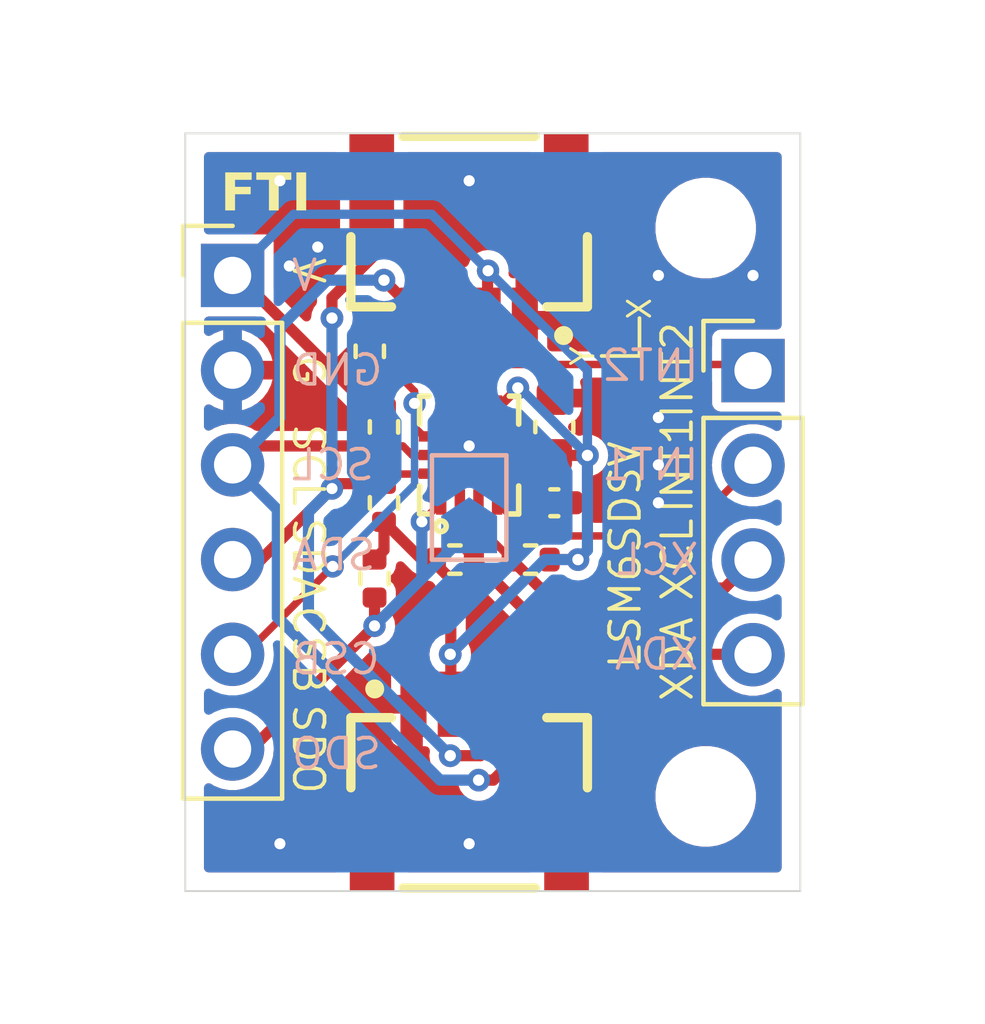
<source format=kicad_pcb>
(kicad_pcb (version 20240108) (generator "pcbnew") (generator_version "8.0")
  (layers (0 "F.Cu" signal) (31 "B.Cu" signal) (34 "B.Paste" user) (35 "F.Paste" user) (36 "B.SilkS" user "B.Silkscreen") (37 "F.SilkS" user "F.Silkscreen") (38 "B.Mask" user) (39 "F.Mask" user) (44 "Edge.Cuts" user))
  (net 0 "")
  (net 1 "GND")
  (net 2 "VDD")
  (net 3 "/SCL")
  (net 4 "/SDA")
  (net 5 "/CS")
  (net 6 "/XCL")
  (net 7 "/INT2")
  (net 8 "/XDA")
  (net 9 "/INT1")
  (net 10 "/SA0")
  (footprint "Resistor_SMD:R_0402_1005Metric" (layer "F.Cu") (at 58.293 51.687 -90)
    (property "Reference" "R4" (hide yes))
    (property "Value" "2.2k")
    (fp_line (start -0.153641 0.38) (end 0.153641 0.38) (stroke (width 0.12)) (layer "F.SilkS"))
    (fp_line (start -0.153641 -0.38) (end 0.153641 -0.38) (stroke (width 0.12)) (layer "F.SilkS"))
    (pad "1" smd roundrect (at -0.51 0 270) (size 0.54 0.64) (layers "F.Cu" "F.Paste" "F.Mask") (net 2 "VDD"))
    (pad "2" smd roundrect (at 0.51 0 270) (size 0.54 0.64) (layers "F.Cu" "F.Paste" "F.Mask") (net 3 "/SCL"))
  )
  (footprint "Resistor_SMD:R_0402_1005Metric" (layer "F.Cu") (at 58.293 53.723 90)
    (property "Reference" "R3" (hide yes))
    (property "Value" "2.2k")
    (fp_line (start -0.153641 -0.38) (end 0.153641 -0.38) (stroke (width 0.12)) (layer "F.SilkS"))
    (fp_line (start -0.153641 0.38) (end 0.153641 0.38) (stroke (width 0.12)) (layer "F.SilkS"))
    (pad "1" smd roundrect (at -0.51 0 90) (size 0.54 0.64) (layers "F.Cu" "F.Paste" "F.Mask") (net 2 "VDD"))
    (pad "2" smd roundrect (at 0.51 0 90) (size 0.54 0.64) (layers "F.Cu" "F.Paste" "F.Mask") (net 4 "/SDA"))
  )
  (footprint "Resistor_SMD:R_0402_1005Metric" (layer "F.Cu") (at 60.196 55.245)
    (property "Reference" "R5" (hide yes))
    (property "Value" "2.2k")
    (fp_line (start -0.153641 -0.38) (end 0.153641 -0.38) (stroke (width 0.12)) (layer "F.SilkS"))
    (fp_line (start -0.153641 0.38) (end 0.153641 0.38) (stroke (width 0.12)) (layer "F.SilkS"))
    (pad "1" smd roundrect (at -0.51 0) (size 0.54 0.64) (layers "F.Cu" "F.Paste" "F.Mask") (net 2 "VDD"))
    (pad "2" smd roundrect (at 0.51 0) (size 0.54 0.64) (layers "F.Cu" "F.Paste" "F.Mask") (net 8 "/XDA"))
  )
  (footprint "Capacitor_SMD:C_0402_1005Metric" (layer "F.Cu") (at 62.865 53.721)
    (property "Reference" "C2" (hide yes))
    (property "Value" "100n")
    (fp_line (start -0.107836 -0.36) (end 0.107836 -0.36) (stroke (width 0.12)) (layer "F.SilkS"))
    (fp_line (start -0.107836 0.36) (end 0.107836 0.36) (stroke (width 0.12)) (layer "F.SilkS"))
    (pad "1" smd roundrect (at -0.48 0) (size 0.56 0.62) (layers "F.Cu" "F.Paste" "F.Mask") (net 2 "VDD"))
    (pad "2" smd roundrect (at 0.48 0) (size 0.56 0.62) (layers "F.Cu" "F.Paste" "F.Mask") (net 1 "GND"))
  )
  (footprint "Resistor_SMD:R_0402_1005Metric" (layer "F.Cu") (at 62.23 55.245 180)
    (property "Reference" "R6" (hide yes))
    (property "Value" "2.2k")
    (fp_line (start -0.153641 0.38) (end 0.153641 0.38) (stroke (width 0.12)) (layer "F.SilkS"))
    (fp_line (start -0.153641 -0.38) (end 0.153641 -0.38) (stroke (width 0.12)) (layer "F.SilkS"))
    (pad "1" smd roundrect (at -0.51 0 180) (size 0.54 0.64) (layers "F.Cu" "F.Paste" "F.Mask") (net 2 "VDD"))
    (pad "2" smd roundrect (at 0.51 0 180) (size 0.54 0.64) (layers "F.Cu" "F.Paste" "F.Mask") (net 6 "/XCL"))
  )
  (footprint "lsm6dsv:LGA-14_L3.0-W2.5-P0.50-TL" (layer "F.Cu") (at 60.579 52.441 90)
    (property "Reference" "U1" (hide yes))
    (property "Value" "LSM6DSVTR")
    (fp_line (start 1.58 -1.33) (end 1.58 -1.08) (stroke (width 0.15)) (layer "F.SilkS"))
    (fp_line (start 0.83 -1.33) (end 1.58 -1.33) (stroke (width 0.15)) (layer "F.SilkS"))
    (fp_line (start -0.83 -1.33) (end -1.58 -1.33) (stroke (width 0.15)) (layer "F.SilkS"))
    (fp_line (start -1.58 -1.33) (end -1.58 -1.08) (stroke (width 0.15)) (layer "F.SilkS"))
    (fp_line (start 1.58 1.33) (end 1.58 1.08) (stroke (width 0.15)) (layer "F.SilkS"))
    (fp_line (start 0.83 1.33) (end 1.58 1.33) (stroke (width 0.15)) (layer "F.SilkS"))
    (fp_line (start -0.83 1.33) (end -1.58 1.33) (stroke (width 0.15)) (layer "F.SilkS"))
    (fp_line (start -1.58 1.33) (end -1.58 1.08) (stroke (width 0.15)) (layer "F.SilkS"))
    (fp_circle (center -1.91 -0.76) (end -1.84 -0.76) (stroke (width 0.15)) (fill none) (layer "F.SilkS"))
    (pad "1" smd rect (at -1.26 -0.75 90) (size 0.68 0.28) (layers "F.Cu" "F.Paste" "F.Mask") (net 10 "/SA0"))
    (pad "2" smd rect (at -1.26 -0.25 90) (size 0.68 0.28) (layers "F.Cu" "F.Paste" "F.Mask") (net 8 "/XDA"))
    (pad "3" smd rect (at -1.26 0.25 90) (size 0.68 0.28) (layers "F.Cu" "F.Paste" "F.Mask") (net 6 "/XCL"))
    (pad "4" smd rect (at -1.26 0.75 90) (size 0.68 0.28) (layers "F.Cu" "F.Paste" "F.Mask") (net 9 "/INT1"))
    (pad "5" smd rect (at -0.5 1.01 90) (size 0.28 0.68) (layers "F.Cu" "F.Paste" "F.Mask") (net 2 "VDD"))
    (pad "6" smd rect (at 0 1.01 90) (size 0.28 0.68) (layers "F.Cu" "F.Paste" "F.Mask") (net 1 "GND"))
    (pad "7" smd rect (at 0.5 1.01 90) (size 0.28 0.68) (layers "F.Cu" "F.Paste" "F.Mask") (net 1 "GND"))
    (pad "8" smd rect (at 1.26 0.75 90) (size 0.68 0.28) (layers "F.Cu" "F.Paste" "F.Mask") (net 2 "VDD"))
    (pad "9" smd rect (at 1.26 0.25 90) (size 0.68 0.28) (layers "F.Cu" "F.Paste" "F.Mask") (net 7 "/INT2"))
    (pad "10" smd rect (at 1.26 -0.25 90) (size 0.68 0.28) (layers "F.Cu" "F.Paste" "F.Mask"))
    (pad "11" smd rect (at 1.26 -0.75 90) (size 0.68 0.28) (layers "F.Cu" "F.Paste" "F.Mask"))
    (pad "12" smd rect (at 0.5 -1.01 90) (size 0.28 0.68) (layers "F.Cu" "F.Paste" "F.Mask") (net 5 "/CS"))
    (pad "13" smd rect (at 0 -1.01 90) (size 0.28 0.68) (layers "F.Cu" "F.Paste" "F.Mask") (net 3 "/SCL"))
    (pad "14" smd rect (at -0.5 -1.01 90) (size 0.28 0.68) (layers "F.Cu" "F.Paste" "F.Mask") (net 4 "/SDA"))
  )
  (footprint "MountingHole:MountingHole_2.2mm_M2" (layer "F.Cu") (at 66.929 46.355)
    (property "Reference" "H2" (hide yes))
    (property "Value" "MountingHole")
    (pad "" np_thru_hole circle (at 0 0) (size 2.2 2.2) (drill 2.2) (layers "*.Cu" "*.Mask"))
  )
  (footprint "MountingHole:MountingHole_2.2mm_M2" (layer "F.Cu") (at 66.929 61.595)
    (property "Reference" "H1" (hide yes))
    (property "Value" "MountingHole")
    (pad "" np_thru_hole circle (at 0 0) (size 2.2 2.2) (drill 2.2) (layers "*.Cu" "*.Mask"))
  )
  (footprint "qwiic:CONN-SMD_AFC10-S04QCA-00" (layer "F.Cu") (at 60.574 46.956 180)
    (property "Reference" "CN1" (hide yes))
    (property "Value" "AFC10-S04QCA-00")
    (fp_line (start 3.17 -1.51) (end 3.17 0.37) (stroke (width 0.25)) (layer "F.SilkS"))
    (fp_line (start 2.08 -1.51) (end 3.17 -1.51) (stroke (width 0.25)) (layer "F.SilkS"))
    (fp_line (start -1.78 3.06) (end 1.77 3.06) (stroke (width 0.25)) (layer "F.SilkS"))
    (fp_line (start -3.18 0.37) (end -3.18 -1.51) (stroke (width 0.25)) (layer "F.SilkS"))
    (fp_line (start -3.18 -1.51) (end -2.09 -1.51) (stroke (width 0.25)) (layer "F.SilkS"))
    (fp_circle (center -2.54 -2.28) (end -2.41 -2.28) (stroke (width 0.25)) (fill none) (layer "F.SilkS"))
    (pad "1" smd rect (at -1.5 -1.87 180) (size 0.7 1.75) (layers "F.Cu" "F.Paste" "F.Mask") (net 1 "GND"))
    (pad "2" smd rect (at -0.5 -1.87 180) (size 0.7 1.75) (layers "F.Cu" "F.Paste" "F.Mask") (net 2 "VDD"))
    (pad "3" smd rect (at 0.5 -1.87 180) (size 0.7 1.75) (layers "F.Cu" "F.Paste" "F.Mask") (net 4 "/SDA"))
    (pad "4" smd rect (at 1.5 -1.87 180) (size 0.7 1.75) (layers "F.Cu" "F.Paste" "F.Mask") (net 3 "/SCL"))
    (pad "5" smd rect (at -2.61 1.87 180) (size 1.2 2.55) (layers "F.Cu" "F.Paste" "F.Mask") (net 1 "GND"))
    (pad "6" smd rect (at 2.61 1.87 180) (size 1.2 2.55) (layers "F.Cu" "F.Paste" "F.Mask") (net 1 "GND"))
  )
  (footprint "Resistor_SMD:R_0402_1005Metric" (layer "F.Cu") (at 57.912 49.659 -90)
    (property "Reference" "R1" (hide yes))
    (property "Value" "2.2k")
    (fp_line (start -0.153641 0.38) (end 0.153641 0.38) (stroke (width 0.12)) (layer "F.SilkS"))
    (fp_line (start -0.153641 -0.38) (end 0.153641 -0.38) (stroke (width 0.12)) (layer "F.SilkS"))
    (pad "1" smd roundrect (at -0.51 0 270) (size 0.54 0.64) (layers "F.Cu" "F.Paste" "F.Mask") (net 2 "VDD"))
    (pad "2" smd roundrect (at 0.51 0 270) (size 0.54 0.64) (layers "F.Cu" "F.Paste" "F.Mask") (net 5 "/CS"))
  )
  (footprint "qwiic:CONN-SMD_AFC10-S04QCA-00" (layer "F.Cu") (at 60.584 60.994)
    (property "Reference" "CN2" (hide yes))
    (property "Value" "AFC10-S04QCA-00")
    (fp_line (start -3.18 -1.51) (end -2.09 -1.51) (stroke (width 0.25)) (layer "F.SilkS"))
    (fp_line (start -3.18 0.37) (end -3.18 -1.51) (stroke (width 0.25)) (layer "F.SilkS"))
    (fp_line (start -1.78 3.06) (end 1.77 3.06) (stroke (width 0.25)) (layer "F.SilkS"))
    (fp_line (start 2.08 -1.51) (end 3.17 -1.51) (stroke (width 0.25)) (layer "F.SilkS"))
    (fp_line (start 3.17 -1.51) (end 3.17 0.37) (stroke (width 0.25)) (layer "F.SilkS"))
    (fp_circle (center -2.54 -2.28) (end -2.41 -2.28) (stroke (width 0.25)) (fill none) (layer "F.SilkS"))
    (pad "1" smd rect (at -1.5 -1.87) (size 0.7 1.75) (layers "F.Cu" "F.Paste" "F.Mask") (net 1 "GND"))
    (pad "2" smd rect (at -0.5 -1.87) (size 0.7 1.75) (layers "F.Cu" "F.Paste" "F.Mask") (net 2 "VDD"))
    (pad "3" smd rect (at 0.5 -1.87) (size 0.7 1.75) (layers "F.Cu" "F.Paste" "F.Mask") (net 4 "/SDA"))
    (pad "4" smd rect (at 1.5 -1.87) (size 0.7 1.75) (layers "F.Cu" "F.Paste" "F.Mask") (net 3 "/SCL"))
    (pad "5" smd rect (at -2.61 1.87) (size 1.2 2.55) (layers "F.Cu" "F.Paste" "F.Mask") (net 1 "GND"))
    (pad "6" smd rect (at 2.61 1.87) (size 1.2 2.55) (layers "F.Cu" "F.Paste" "F.Mask") (net 1 "GND"))
  )
  (footprint "Connector_PinHeader_2.54mm:PinHeader_1x04_P2.54mm_Vertical" (layer "F.Cu") (at 68.199 50.175)
    (property "Reference" "J2" (hide yes))
    (property "Value" "Conn_01x04_Pin")
    (fp_line (start -1.33 -1.33) (end 0 -1.33) (stroke (width 0.12)) (layer "F.SilkS"))
    (fp_line (start -1.33 0) (end -1.33 -1.33) (stroke (width 0.12)) (layer "F.SilkS"))
    (fp_line (start -1.33 1.27) (end -1.33 8.95) (stroke (width 0.12)) (layer "F.SilkS"))
    (fp_line (start -1.33 1.27) (end 1.33 1.27) (stroke (width 0.12)) (layer "F.SilkS"))
    (fp_line (start -1.33 8.95) (end 1.33 8.95) (stroke (width 0.12)) (layer "F.SilkS"))
    (fp_line (start 1.33 1.27) (end 1.33 8.95) (stroke (width 0.12)) (layer "F.SilkS"))
    (pad "1" thru_hole rect (at 0 0) (size 1.7 1.7) (drill 1) (layers "*.Cu" "*.Mask") (net 7 "/INT2"))
    (pad "2" thru_hole oval (at 0 2.54) (size 1.7 1.7) (drill 1) (layers "*.Cu" "*.Mask") (net 9 "/INT1"))
    (pad "3" thru_hole oval (at 0 5.08) (size 1.7 1.7) (drill 1) (layers "*.Cu" "*.Mask") (net 6 "/XCL"))
    (pad "4" thru_hole oval (at 0 7.62) (size 1.7 1.7) (drill 1) (layers "*.Cu" "*.Mask") (net 8 "/XDA"))
  )
  (footprint "Resistor_SMD:R_0402_1005Metric" (layer "F.Cu") (at 58.039 55.753 -90)
    (property "Reference" "R2" (hide yes))
    (property "Value" "2.2k")
    (fp_line (start -0.153641 0.38) (end 0.153641 0.38) (stroke (width 0.12)) (layer "F.SilkS"))
    (fp_line (start -0.153641 -0.38) (end 0.153641 -0.38) (stroke (width 0.12)) (layer "F.SilkS"))
    (pad "1" smd roundrect (at -0.51 0 270) (size 0.54 0.64) (layers "F.Cu" "F.Paste" "F.Mask") (net 2 "VDD"))
    (pad "2" smd roundrect (at 0.51 0 270) (size 0.54 0.64) (layers "F.Cu" "F.Paste" "F.Mask") (net 10 "/SA0"))
  )
  (footprint "Connector_PinHeader_2.54mm:PinHeader_1x06_P2.54mm_Vertical" (layer "F.Cu") (at 54.229 47.625)
    (property "Reference" "J1" (hide yes))
    (property "Value" "Conn_01x06_Pin")
    (fp_line (start -1.33 -1.33) (end 0 -1.33) (stroke (width 0.12)) (layer "F.SilkS"))
    (fp_line (start -1.33 0) (end -1.33 -1.33) (stroke (width 0.12)) (layer "F.SilkS"))
    (fp_line (start -1.33 1.27) (end -1.33 14.03) (stroke (width 0.12)) (layer "F.SilkS"))
    (fp_line (start -1.33 1.27) (end 1.33 1.27) (stroke (width 0.12)) (layer "F.SilkS"))
    (fp_line (start -1.33 14.03) (end 1.33 14.03) (stroke (width 0.12)) (layer "F.SilkS"))
    (fp_line (start 1.33 1.27) (end 1.33 14.03) (stroke (width 0.12)) (layer "F.SilkS"))
    (pad "1" thru_hole rect (at 0 0) (size 1.7 1.7) (drill 1) (layers "*.Cu" "*.Mask") (net 2 "VDD"))
    (pad "2" thru_hole oval (at 0 2.54) (size 1.7 1.7) (drill 1) (layers "*.Cu" "*.Mask") (net 1 "GND"))
    (pad "3" thru_hole oval (at 0 5.08) (size 1.7 1.7) (drill 1) (layers "*.Cu" "*.Mask") (net 3 "/SCL"))
    (pad "4" thru_hole oval (at 0 7.62) (size 1.7 1.7) (drill 1) (layers "*.Cu" "*.Mask") (net 4 "/SDA"))
    (pad "5" thru_hole oval (at 0 10.16) (size 1.7 1.7) (drill 1) (layers "*.Cu" "*.Mask") (net 5 "/CS"))
    (pad "6" thru_hole oval (at 0 12.7) (size 1.7 1.7) (drill 1) (layers "*.Cu" "*.Mask") (net 10 "/SA0"))
  )
  (footprint "Capacitor_SMD:C_0603_1608Metric" (layer "F.Cu") (at 62.865 51.689 90)
    (property "Reference" "C1" (hide yes))
    (property "Value" "1u")
    (fp_line (start -0.14058 -0.51) (end 0.14058 -0.51) (stroke (width 0.12)) (layer "F.SilkS"))
    (fp_line (start -0.14058 0.51) (end 0.14058 0.51) (stroke (width 0.12)) (layer "F.SilkS"))
    (pad "1" smd roundrect (at -0.775 0 90) (size 0.9 0.95) (layers "F.Cu" "F.Paste" "F.Mask") (net 2 "VDD"))
    (pad "2" smd roundrect (at 0.775 0 90) (size 0.9 0.95) (layers "F.Cu" "F.Paste" "F.Mask") (net 1 "GND"))
  )
  (footprint "Jumper:SolderJumper-2_P1.3mm_Open_TrianglePad1.0x1.5mm" (layer "B.Cu") (at 60.579 53.848 90)
    (property "Reference" "JP1" (hide yes))
    (property "Value" "SolderJumper_2_Open")
    (fp_line (start 1.4 -1) (end 1.4 1) (stroke (width 0.12)) (layer "B.SilkS"))
    (fp_line (start -1.4 -1) (end 1.4 -1) (stroke (width 0.12)) (layer "B.SilkS"))
    (fp_line (start 1.4 1) (end -1.4 1) (stroke (width 0.12)) (layer "B.SilkS"))
    (fp_line (start -1.4 1) (end -1.4 -1) (stroke (width 0.12)) (layer "B.SilkS"))
    (pad "1" smd custom (at -0.725 0 90) (size 0.3 0.3) (layers "B.Cu" "B.Mask") (net 10 "/SA0") (options (clearance outline) (anchor rect)) (primitives (gr_poly (pts (xy 1 0) (xy 0.5 -0.75) (xy -0.5 -0.75) (xy -0.5 0.75) (xy 0.5 0.75)) (width 0) (fill yes))))
    (pad "2" smd custom (at 0.725 0 90) (size 0.3 0.3) (layers "B.Cu" "B.Mask") (net 1 "GND") (options (clearance outline) (anchor rect)) (primitives (gr_poly (pts (xy 0.5 -0.75) (xy -0.65 -0.75) (xy -0.15 0) (xy -0.65 0.75) (xy 0.5 0.75)) (width 0) (fill yes))))
  )
  (gr_line (start 65.151 48.768) (end 65.151 49.784) (stroke (width 0.1)) (layer "F.SilkS"))
  (gr_line (start 65.151 49.784) (end 64.135 49.784) (stroke (width 0.1)) (layer "F.SilkS"))
  (gr_line (start 52.959 64.135) (end 52.959 43.815) (stroke (width 0.05)) (layer "Edge.Cuts"))
  (gr_line (start 69.469 43.815) (end 69.469 64.135) (stroke (width 0.05)) (layer "Edge.Cuts"))
  (gr_line (start 52.959 43.815) (end 69.469 43.815) (stroke (width 0.05)) (layer "Edge.Cuts"))
  (gr_line (start 69.469 64.135) (end 52.959 64.135) (stroke (width 0.05)) (layer "Edge.Cuts"))
  (gr_text "V" (at 55.753 47.625 0) (layer "B.SilkS") (effects (font (size 0.8 0.8) (thickness 0.1)) (justify right mirror)))
  (gr_text "SDA" (at 55.753 55.118 0) (layer "B.SilkS") (effects (font (size 0.8 0.8) (thickness 0.1)) (justify right mirror)))
  (gr_text "INT2" (at 66.802 50.038 0) (layer "B.SilkS") (effects (font (size 0.8 0.8) (thickness 0.1)) (justify left mirror)))
  (gr_text "SCL" (at 55.753 52.705 0) (layer "B.SilkS") (effects (font (size 0.8 0.8) (thickness 0.1)) (justify right mirror)))
  (gr_text "XDA" (at 66.802 57.785 0) (layer "B.SilkS") (effects (font (size 0.8 0.8) (thickness 0.1)) (justify left mirror)))
  (gr_text "SDO" (at 55.753 60.452 0) (layer "B.SilkS") (effects (font (size 0.8 0.8) (thickness 0.1)) (justify right mirror)))
  (gr_text "CSB" (at 55.753 57.912 0) (layer "B.SilkS") (effects (font (size 0.8 0.8) (thickness 0.1)) (justify right mirror)))
  (gr_text "XCL" (at 66.802 55.245 0) (layer "B.SilkS") (effects (font (size 0.8 0.8) (thickness 0.1)) (justify left mirror)))
  (gr_text "INT1" (at 66.802 52.705 0) (layer "B.SilkS") (effects (font (size 0.8 0.8) (thickness 0.1)) (justify left mirror)))
  (gr_text "GND" (at 55.753 50.165 0) (layer "B.SilkS") (effects (font (size 0.8 0.8) (thickness 0.1)) (justify right mirror)))
  (gr_text "XDA" (at 66.167 57.912 90) (layer "F.SilkS") (effects (font (size 0.8 0.8) (thickness 0.1))))
  (gr_text "FTI" (at 55.118 45.466 0) (layer "F.SilkS") (effects (font (size 1 1) (thickness 0.2) (bold yes) (italic yes))))
  (gr_text "LSM6SDSV" (at 64.77 55.118 90) (layer "F.SilkS") (effects (font (size 0.8 0.8) (thickness 0.1))))
  (gr_text "INT1" (at 66.167 52.705 90) (layer "F.SilkS") (effects (font (size 0.8 0.8) (thickness 0.1))))
  (gr_text "XCL" (at 66.167 55.245 90) (layer "F.SilkS") (effects (font (size 0.8 0.8) (thickness 0.1))))
  (gr_text "CSB" (at 56.261 57.658 -90) (layer "F.SilkS") (effects (font (size 0.8 0.8) (thickness 0.1))))
  (gr_text "V" (at 56.261 47.498 270) (layer "F.SilkS") (effects (font (size 0.8 0.8) (thickness 0.1))))
  (gr_text "G" (at 56.261 50.165 270) (layer "F.SilkS") (effects (font (size 0.8 0.8) (thickness 0.1))))
  (gr_text "INT2" (at 66.167 50.165 90) (layer "F.SilkS") (effects (font (size 0.8 0.8) (thickness 0.1))))
  (gr_text "SDA" (at 56.261 55.245 -90) (layer "F.SilkS") (effects (font (size 0.8 0.8) (thickness 0.1))))
  (gr_text "SCL" (at 56.261 52.705 -90) (layer "F.SilkS") (effects (font (size 0.8 0.8) (thickness 0.1))))
  (gr_text "X" (at 65.151 48.514 90) (layer "F.SilkS") (effects (font (size 0.6 0.6) (thickness 0.08))))
  (gr_text "SDO" (at 56.261 60.325 -90) (layer "F.SilkS") (effects (font (size 0.8 0.8) (thickness 0.1))))
  (gr_text "Y" (at 63.627 49.784 90) (layer "F.SilkS") (effects (font (size 0.6 0.6) (thickness 0.08))))
  (segment (start 61.589 51.951) (end 60.9473 51.951) (width 0.2) (layer "F.Cu") (net 1))
  (segment (start 61.589 52.451) (end 60.9473 52.451) (width 0.2) (layer "F.Cu") (net 1))
  (segment (start 63.345 53.721) (end 63.4428 53.721) (width 0.2) (layer "F.Cu") (net 1))
  (segment (start 57.964 45.086) (end 57.964 45.8743) (width 0.2) (layer "F.Cu") (net 1))
  (segment (start 60.9473 51.951) (end 60.9473 52.451) (width 0.2) (layer "F.Cu") (net 1))
  (segment (start 63.0597 50.914) (end 62.865 50.914) (width 0.2) (layer "F.Cu") (net 1))
  (via (at 60.579 45.085) (size 0.6) (drill 0.3) (layers "F.Cu" "B.Cu") (net 1))
  (via (at 55.499 45.085) (size 0.6) (drill 0.3) (layers "F.Cu" "B.Cu") (net 1))
  (via (at 65.659 53.721) (size 0.6) (drill 0.3) (layers "F.Cu" "B.Cu") (net 1))
  (via (at 68.199 47.625) (size 0.6) (drill 0.3) (layers "F.Cu" "B.Cu") (net 1))
  (via (at 56.515 46.863) (size 0.6) (drill 0.3) (layers "F.Cu" "B.Cu") (net 1))
  (via (at 65.659 52.705) (size 0.6) (drill 0.3) (layers "F.Cu" "B.Cu") (net 1))
  (via (at 60.579 62.865) (size 0.6) (drill 0.3) (layers "F.Cu" "B.Cu") (net 1))
  (via (at 65.659 47.625) (size 0.6) (drill 0.3) (layers "F.Cu" "B.Cu") (net 1))
  (via (at 60.579 52.197) (size 0.6) (drill 0.3) (layers "F.Cu" "B.Cu") (net 1))
  (via (at 55.499 62.865) (size 0.6) (drill 0.3) (layers "F.Cu" "B.Cu") (net 1))
  (via (at 65.659 51.435) (size 0.6) (drill 0.3) (layers "F.Cu" "B.Cu") (net 1))
  (via (at 55.753 47.371) (size 0.6) (drill 0.3) (layers "F.Cu" "B.Cu") (net 1))
  (segment (start 60.579 52.197) (end 60.579 52.324) (width 0.2) (layer "B.Cu") (net 1))
  (segment (start 57.152183 50.416817) (end 54.360366 47.625) (width 0.3) (layer "F.Cu") (net 2))
  (segment (start 61.329 51.198736) (end 61.885604 50.642132) (width 0.25) (layer "F.Cu") (net 2))
  (segment (start 60.071 57.785) (end 60.087 57.801) (width 0.3) (layer "F.Cu") (net 2))
  (segment (start 59.309 55.245) (end 58.293 54.229) (width 0.3) (layer "F.Cu") (net 2))
  (segment (start 63.754 52.451) (end 62.878 52.451) (width 0.3) (layer "F.Cu") (net 2))
  (segment (start 61.074 47.511) (end 61.074 48.826) (width 0.3) (layer "F.Cu") (net 2))
  (segment (start 61.329 51.2885) (end 61.329 51.198736) (width 0.25) (layer "F.Cu") (net 2))
  (segment (start 57.152183 50.416817) (end 57.152183 49.906817) (width 0.3) (layer "F.Cu") (net 2))
  (segment (start 60.087 55.769) (end 60.087 57.769) (width 0.3) (layer "F.Cu") (net 2))
  (segment (start 58.293 54.989) (end 58.039 55.243) (width 0.3) (layer "F.Cu") (net 2))
  (segment (start 54.360366 47.625) (end 54.229 47.625) (width 0.3) (layer "F.Cu") (net 2))
  (segment (start 62.878 52.451) (end 62.865 52.464) (width 0.3) (layer "F.Cu") (net 2))
  (segment (start 62.865 52.464) (end 62.865 52.208408) (width 0.3) (layer "F.Cu") (net 2))
  (segment (start 62.865 52.464) (end 62.865 52.2867) (width 0.2) (layer "F.Cu") (net 2))
  (segment (start 54.864 47.625) (end 54.229 47.625) (width 0.3) (layer "F.Cu") (net 2))
  (segment (start 61.087 47.498) (end 61.074 47.511) (width 0.3) (layer "F.Cu") (net 2))
  (segment (start 59.688 55.37) (end 60.087 55.769) (width 0.3) (layer "F.Cu") (net 2))
  (segment (start 62.385 53.721) (end 62.385 52.944) (width 0.3) (layer "F.Cu") (net 2))
  (segment (start 63.5 55.245) (end 62.74 55.245) (width 0.3) (layer "F.Cu") (net 2))
  (segment (start 60.087 57.801) (end 60.087 59.124) (width 0.3) (layer "F.Cu") (net 2))
  (segment (start 61.589 52.951) (end 61.615 52.951) (width 0.3) (layer "F.Cu") (net 2))
  (segment (start 60.087 57.769) (end 60.071 57.785) (width 0.3) (layer "F.Cu") (net 2))
  (segment (start 58.293 51.179) (end 57.914366 51.179) (width 0.3) (layer "F.Cu") (net 2))
  (segment (start 58.293 54.229) (end 58.293 54.989) (width 0.3) (layer "F.Cu") (net 2))
  (segment (start 57.914366 51.179) (end 57.152183 50.416817) (width 0.3) (layer "F.Cu") (net 2))
  (segment (start 59.4985 55.245) (end 59.309 55.245) (width 0.3) (layer "F.Cu") (net 2))
  (segment (start 57.152183 49.906817) (end 57.912 49.147) (width 0.3) (layer "F.Cu") (net 2))
  (segment (start 62.378 52.951) (end 62.385 52.944) (width 0.25) (layer "F.Cu") (net 2))
  (segment (start 59.688 55.245) (end 59.4985 55.245) (width 0.3) (layer "F.Cu") (net 2))
  (segment (start 62.385 52.944) (end 62.865 52.464) (width 0.3) (layer "F.Cu") (net 2))
  (segment (start 61.4915 52.951) (end 62.378 52.951) (width 0.25) (layer "F.Cu") (net 2))
  (segment (start 59.688 55.245) (end 59.688 55.37) (width 0.3) (layer "F.Cu") (net 2))
  (via (at 61.087 47.498) (size 0.6) (drill 0.3) (layers "F.Cu" "B.Cu") (net 2))
  (via (at 63.5 55.245) (size 0.61) (drill 0.305) (layers "F.Cu" "B.Cu") (net 2))
  (via (at 60.071 57.785) (size 0.61) (drill 0.305) (layers "F.Cu" "B.Cu") (net 2))
  (via (at 63.754 52.451) (size 0.61) (drill 0.305) (layers "F.Cu" "B.Cu") (net 2))
  (via (at 61.885604 50.642132) (size 0.61) (drill 0.305) (layers "F.Cu" "B.Cu") (net 2))
  (segment (start 55.87 45.984) (end 59.573 45.984) (width 0.25) (layer "B.Cu") (net 2))
  (segment (start 63.754 50.165) (end 63.754 52.451) (width 0.25) (layer "B.Cu") (net 2))
  (segment (start 61.945132 50.642132) (end 63.754 52.451) (width 0.25) (layer "B.Cu") (net 2))
  (segment (start 63.754 54.991) (end 63.754 52.451) (width 0.3) (layer "B.Cu") (net 2))
  (segment (start 59.573 45.984) (end 63.754 50.165) (width 0.25) (layer "B.Cu") (net 2))
  (segment (start 62.611 55.245) (end 63.5 55.245) (width 0.3) (layer "B.Cu") (net 2))
  (segment (start 54.229 47.625) (end 55.87 45.984) (width 0.25) (layer "B.Cu") (net 2))
  (segment (start 63.5 55.245) (end 63.754 54.991) (width 0.3) (layer "B.Cu") (net 2))
  (segment (start 60.071 57.785) (end 62.611 55.245) (width 0.3) (layer "B.Cu") (net 2))
  (segment (start 61.885604 50.642132) (end 61.945132 50.642132) (width 0.25) (layer "B.Cu") (net 2))
  (segment (start 59.074 48.826) (end 59.074 48.533) (width 0.3) (layer "F.Cu") (net 3))
  (segment (start 59.055 52.451) (end 58.801 52.197) (width 0.2) (layer "F.Cu") (net 3))
  (segment (start 62.087 59.124) (end 62.087 60.299) (width 0.3) (layer "F.Cu") (net 3))
  (segment (start 59.074 48.533) (end 58.293 47.752) (width 0.3) (layer "F.Cu") (net 3))
  (segment (start 61.226998 61.159002) (end 60.833 61.159002) (width 0.3) (layer "F.Cu") (net 3))
  (segment (start 54.737 52.197) (end 58.293 52.197) (width 0.3) (layer "F.Cu") (net 3))
  (segment (start 59.569 52.451) (end 59.055 52.451) (width 0.2) (layer "F.Cu") (net 3))
  (segment (start 62.087 60.299) (end 61.226998 61.159002) (width 0.3) (layer "F.Cu") (net 3))
  (segment (start 58.801 52.197) (end 58.293 52.197) (width 0.2) (layer "F.Cu") (net 3))
  (segment (start 54.229 52.705) (end 54.737 52.197) (width 0.3) (layer "F.Cu") (net 3))
  (via (at 60.833 61.159002) (size 0.61) (drill 0.305) (layers "F.Cu" "B.Cu") (net 3))
  (via (at 58.293 47.752) (size 0.61) (drill 0.305) (layers "F.Cu" "B.Cu") (net 3))
  (segment (start 55.499 51.435) (end 54.229 52.705) (width 0.3) (layer "B.Cu") (net 3))
  (segment (start 58.293 47.752) (end 56.769 47.752) (width 0.3) (layer "B.Cu") (net 3))
  (segment (start 55.429 53.905) (end 54.229 52.705) (width 0.3) (layer "B.Cu") (net 3))
  (segment (start 55.429 56.788312) (end 55.429 53.905) (width 0.3) (layer "B.Cu") (net 3))
  (segment (start 55.499 49.022) (end 55.499 51.435) (width 0.3) (layer "B.Cu") (net 3))
  (segment (start 56.769 47.752) (end 55.499 49.022) (width 0.3) (layer "B.Cu") (net 3))
  (segment (start 60.833 61.159002) (end 59.79969 61.159002) (width 0.3) (layer "B.Cu") (net 3))
  (segment (start 59.79969 61.159002) (end 55.429 56.788312) (width 0.3) (layer "B.Cu") (net 3))
  (segment (start 60.881998 60.504002) (end 61.087 60.299) (width 0.3) (layer "F.Cu") (net 4))
  (segment (start 60.071 60.504002) (end 60.881998 60.504002) (width 0.3) (layer "F.Cu") (net 4))
  (segment (start 59.413 46.99) (end 58.12869 46.99) (width 0.3) (layer "F.Cu") (net 4))
  (segment (start 58.551 52.951) (end 58.293 53.209) (width 0.2) (layer "F.Cu") (net 4))
  (segment (start 56.896 48.22269) (end 56.896 48.768) (width 0.3) (layer "F.Cu") (net 4))
  (segment (start 54.991 55.245) (end 54.229 55.245) (width 0.3) (layer "F.Cu") (net 4))
  (segment (start 56.896 53.34) (end 57.027 53.209) (width 0.3) (layer "F.Cu") (net 4))
  (segment (start 57.027 53.209) (end 58.293 53.209) (width 0.3) (layer "F.Cu") (net 4))
  (segment (start 59.569 52.951) (end 58.551 52.951) (width 0.2) (layer "F.Cu") (net 4))
  (segment (start 61.087 60.299) (end 61.087 59.124) (width 0.3) (layer "F.Cu") (net 4))
  (segment (start 60.074 47.651) (end 59.413 46.99) (width 0.3) (layer "F.Cu") (net 4))
  (segment (start 56.896 53.34) (end 54.991 55.245) (width 0.3) (layer "F.Cu") (net 4))
  (segment (start 58.12869 46.99) (end 56.896 48.22269) (width 0.3) (layer "F.Cu") (net 4))
  (segment (start 60.074 48.826) (end 60.074 47.651) (width 0.3) (layer "F.Cu") (net 4))
  (via (at 56.896 53.34) (size 0.6) (drill 0.3) (layers "F.Cu" "B.Cu") (net 4))
  (via (at 60.071 60.504002) (size 0.61) (drill 0.305) (layers "F.Cu" "B.Cu") (net 4))
  (via (at 56.896 48.768) (size 0.61) (drill 0.305) (layers "F.Cu" "B.Cu") (net 4))
  (segment (start 54.8048 55.245) (end 54.229 55.245) (width 0.2) (layer "B.Cu") (net 4))
  (segment (start 56.896 53.34) (end 56.896 48.768) (width 0.3) (layer "B.Cu") (net 4))
  (segment (start 56.2652 53.9708) (end 56.2652 56.698202) (width 0.3) (layer "B.Cu") (net 4))
  (segment (start 56.896 53.34) (end 56.2652 53.9708) (width 0.3) (layer "B.Cu") (net 4))
  (segment (start 56.2652 56.698202) (end 60.071 60.504002) (width 0.3) (layer "B.Cu") (net 4))
  (segment (start 54.5582 57.785) (end 56.9152 55.428) (width 0.2) (layer "F.Cu") (net 5))
  (segment (start 59.113 50.731) (end 58.549 50.167) (width 0.2) (layer "F.Cu") (net 5))
  (segment (start 59.113 51.695) (end 59.369 51.951) (width 0.2) (layer "F.Cu") (net 5))
  (segment (start 59.113 51.0546) (end 59.113 51.695) (width 0.2) (layer "F.Cu") (net 5))
  (segment (start 58.549 50.167) (end 57.912 50.167) (width 0.2) (layer "F.Cu") (net 5))
  (segment (start 54.229 57.785) (end 54.5582 57.785) (width 0.2) (layer "F.Cu") (net 5))
  (segment (start 59.113 51.0546) (end 59.113 50.731) (width 0.2) (layer "F.Cu") (net 5))
  (segment (start 59.369 51.951) (end 59.569 51.951) (width 0.2) (layer "F.Cu") (net 5))
  (via (at 59.113 51.0546) (size 0.6) (drill 0.3) (layers "F.Cu" "B.Cu") (net 5))
  (via (at 56.9152 55.428) (size 0.6) (drill 0.3) (layers "F.Cu" "B.Cu") (net 5))
  (segment (start 59.113 51.0546) (end 59.113 53.2302) (width 0.2) (layer "B.Cu") (net 5))
  (segment (start 59.113 53.2302) (end 56.9152 55.428) (width 0.2) (layer "B.Cu") (net 5))
  (segment (start 67.437 56.007) (end 68.199 55.245) (width 0.3) (layer "F.Cu") (net 6))
  (segment (start 60.829 53.711) (end 60.829 54.354) (width 0.2) (layer "F.Cu") (net 6))
  (segment (start 62.482 56.007) (end 67.437 56.007) (width 0.3) (layer "F.Cu") (net 6))
  (segment (start 61.72 55.245) (end 62.482 56.007) (width 0.3) (layer "F.Cu") (net 6))
  (segment (start 60.829 54.354) (end 61.72 55.245) (width 0.2) (layer "F.Cu") (net 6))
  (segment (start 60.829 51.191) (end 60.829 50.611) (width 0.2) (layer "F.Cu") (net 7))
  (segment (start 68.0466 50.0126) (end 68.199 50.165) (width 0.2) (layer "F.Cu") (net 7))
  (segment (start 60.829 50.611) (end 61.4274 50.0126) (width 0.2) (layer "F.Cu") (net 7))
  (segment (start 61.4274 50.0126) (end 68.0466 50.0126) (width 0.2) (layer "F.Cu") (net 7))
  (segment (start 60.329 54.866) (end 60.708 55.245) (width 0.2) (layer "F.Cu") (net 8))
  (segment (start 60.329 53.711) (end 60.329 54.866) (width 0.2) (layer "F.Cu") (net 8))
  (segment (start 60.708 55.245) (end 63.248 57.785) (width 0.3) (layer "F.Cu") (net 8))
  (segment (start 63.248 57.785) (end 68.199 57.785) (width 0.3) (layer "F.Cu") (net 8))
  (segment (start 62.228 54.61) (end 66.294 54.61) (width 0.2) (layer "F.Cu") (net 9))
  (segment (start 61.329 53.711) (end 62.228 54.61) (width 0.2) (layer "F.Cu") (net 9))
  (segment (start 66.294 54.61) (end 68.199 52.705) (width 0.2) (layer "F.Cu") (net 9))
  (segment (start 58.039 57.023) (end 54.737 60.325) (width 0.3) (layer "F.Cu") (net 10))
  (segment (start 58.039 57.023) (end 58.039 56.263) (width 0.3) (layer "F.Cu") (net 10))
  (segment (start 54.737 60.325) (end 54.229 60.325) (width 0.3) (layer "F.Cu") (net 10))
  (segment (start 59.309 54.231) (end 59.309 54.229) (width 0.2) (layer "F.Cu") (net 10))
  (segment (start 59.309 54.229) (end 59.311 54.229) (width 0.2) (layer "F.Cu") (net 10))
  (segment (start 59.829 53.773) (end 59.829 53.711) (width 0.2) (layer "F.Cu") (net 10))
  (segment (start 59.311 54.229) (end 59.829 53.711) (width 0.2) (layer "F.Cu") (net 10))
  (via (at 59.309 54.229) (size 0.6) (drill 0.3) (layers "F.Cu" "B.Cu") (net 10))
  (via (at 58.039 57.023) (size 0.6) (drill 0.3) (layers "F.Cu" "B.Cu") (net 10))
  (segment (start 60.399 54.663) (end 60.579 54.663) (width 0.3) (layer "B.Cu") (net 10))
  (segment (start 59.309 55.753) (end 58.039 57.023) (width 0.3) (layer "B.Cu") (net 10))
  (segment (start 59.309 54.229) (end 59.309 55.753) (width 0.3) (layer "B.Cu") (net 10))
  (segment (start 59.309 55.753) (end 60.399 54.663) (width 0.3) (layer "B.Cu") (net 10))
  (zone (net 1) (net_name "GND") (layers "F&B.Cu") (connect_pads (clearance 0.25)) (min_thickness 0.25) (fill yes (thermal_gap 0.25) (thermal_bridge_width 0.5))
    (polygon (pts (xy 50.419 42.545) (xy 50.419 65.405) (xy 70.739 65.405) (xy 70.739 42.545)))
  )
)
</source>
